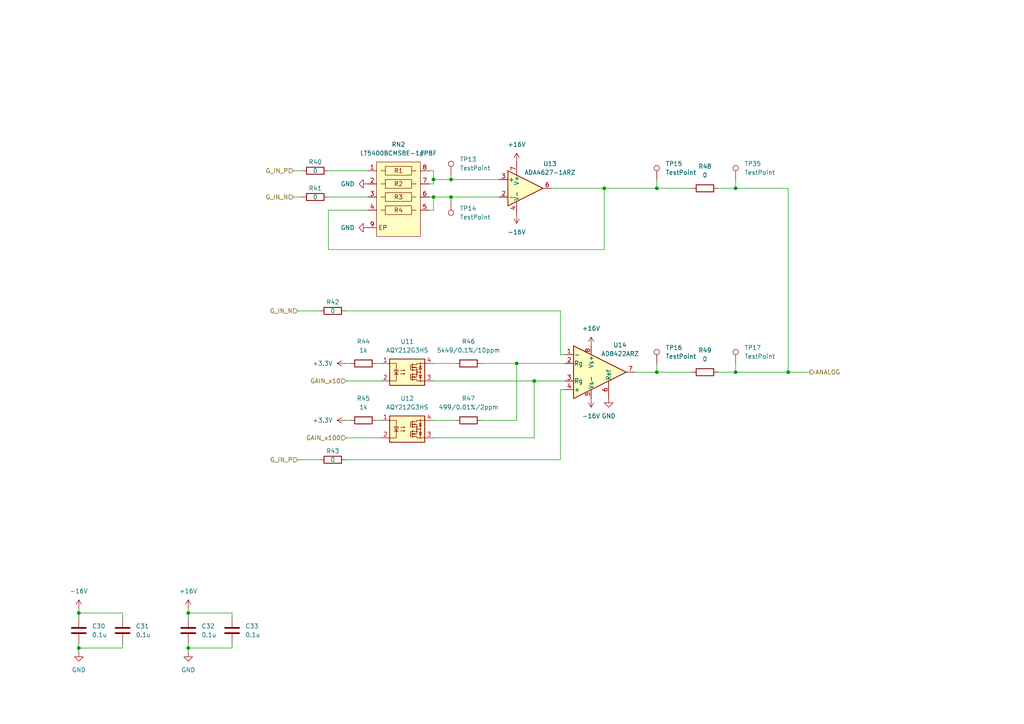
<source format=kicad_sch>
(kicad_sch (version 20250114) (generator "eeschema") (generator_version "9.0")
  (paper "A4")
  (lib_symbols
    (symbol "Amplifier_Instrumentation:AD8422" (pin_names (offset 0.127))
      (property "Reference" "U" (at 3.81 7.62 0))
      (property "Value" "AD8422" (at 3.81 5.08 0))
      (symbol "AD8422_0_1"
        (polyline (pts (xy -7.62 7.62) (xy -7.62 -7.62) (xy 7.62 0) (xy -7.62 7.62)) (stroke (width 0.254)) (fill (type background)))
      )
      (symbol "AD8422_1_1"
        (pin input line (at -10.16 5.08 0) (length 2.54) (name "-") (number "1"))
        (pin passive line (at -10.16 2.54 0) (length 2.54) (name "Rg") (number "2"))
        (pin passive line (at -10.16 -2.54 0) (length 2.54) (name "Rg") (number "3"))
        (pin input line (at -10.16 -5.08 0) (length 2.54) (name "+") (number "4"))
        (pin power_in line (at -2.54 7.62 270) (length 2.54) (name "Vs+") (number "8"))
        (pin power_in line (at -2.54 -7.62 90) (length 2.54) (name "Vs-") (number "5"))
        (pin passive line (at 2.54 -7.62 90) (length 5.08) (name "Ref") (number "6"))
        (pin output line (at 10.16 0 180) (length 2.54) (name "~") (number "7"))
      )
    )
    (symbol "Amplifier_Operational:ADA4522-1" (pin_names (offset 0.127))
      (property "Reference" "U" (at 0 6.35 0))
      (property "Value" "ADA4522-1" (at 0 3.81 0))
      (symbol "ADA4522-1_0_1"
        (polyline (pts (xy -5.08 5.08) (xy 5.08 0) (xy -5.08 -5.08) (xy -5.08 5.08)) (stroke (width 0.254)) (fill (type background)))
      )
      (symbol "ADA4522-1_1_1"
        (pin input line (at -7.62 2.54 0) (length 2.54) (name "+") (number "3"))
        (pin input line (at -7.62 -2.54 0) (length 2.54) (name "-") (number "2"))
        (pin power_in line (at -2.54 7.62 270) (length 3.81) (name "V+") (number "7"))
        (pin no_connect line (at -2.54 2.54 270) (length 2.54) (hide yes) (name "NC") (number "1"))
        (pin power_in line (at -2.54 -7.62 90) (length 3.81) (name "V-") (number "4"))
        (pin no_connect line (at 0 2.54 270) (length 2.54) (hide yes) (name "NC") (number "5"))
        (pin no_connect line (at 0 -2.54 90) (length 2.54) (hide yes) (name "NC") (number "8"))
        (pin output line (at 7.62 0 180) (length 2.54) (name "~") (number "6"))
      )
    )
    (symbol "Connector:TestPoint" (pin_numbers (hide yes)) (pin_names (offset 0.762) (hide yes))
      (property "Reference" "TP" (at 0 6.858 0))
      (property "Value" "TestPoint" (at 0 5.08 0))
      (symbol "TestPoint_0_1"
        (circle (center 0 3.302) (radius 0.762))
      )
      (symbol "TestPoint_1_1"
        (pin passive line (at 0 0 90) (length 2.54) (name "1") (number "1"))
      )
    )
    (symbol "Device:C" (pin_numbers (hide yes)) (pin_names (offset 0.254))
      (property "Reference" "C" (at 0.635 2.54 0))
      (property "Value" "C" (at 0.635 -2.54 0))
      (symbol "C_0_1"
        (polyline (pts (xy -2.032 0.762) (xy 2.032 0.762)) (stroke (width 0.508)))
        (polyline (pts (xy -2.032 -0.762) (xy 2.032 -0.762)) (stroke (width 0.508)))
      )
      (symbol "C_1_1"
        (pin passive line (at 0 3.81 270) (length 2.794) (name "~") (number "1"))
        (pin passive line (at 0 -3.81 90) (length 2.794) (name "~") (number "2"))
      )
    )
    (symbol "Device:R" (pin_numbers (hide yes)) (pin_names (offset 0))
      (property "Reference" "R" (at 2.032 0 90))
      (property "Value" "R" (at 0 0 90))
      (symbol "R_0_1"
        (rectangle (start -1.016 -2.54) (end 1.016 2.54) (stroke (width 0.254)))
      )
      (symbol "R_1_1"
        (pin passive line (at 0 3.81 270) (length 1.27) (name "~") (number "1"))
        (pin passive line (at 0 -3.81 90) (length 1.27) (name "~") (number "2"))
      )
    )
    (symbol "MADC:LT5400"
      (property "Reference" "RN" (at 0 11.176 0))
      (property "Value" "LT5400" (at 0 -12.7 0))
      (symbol "LT5400_0_0"
        (polyline (pts (xy -3.81 7.62) (xy -5.08 7.62)))
        (polyline (pts (xy -3.81 3.81) (xy -5.08 3.81)))
        (polyline (pts (xy -3.81 0) (xy -5.08 0)))
        (polyline (pts (xy -3.81 -3.81) (xy -5.08 -3.81)))
        (polyline (pts (xy 3.81 7.62) (xy 5.08 7.62)))
        (polyline (pts (xy 3.81 3.81) (xy 5.08 3.81)))
        (polyline (pts (xy 3.81 0) (xy 5.08 0)))
        (polyline (pts (xy 3.81 -3.81) (xy 5.08 -3.81)))
        (text "R4" (at 0 -3.81 0) (effects (font (size 1.27 1.27))))
      )
      (symbol "LT5400_0_1"
        (rectangle (start -6.35 10.16) (end 6.35 -11.43) (fill (type background)))
        (rectangle (start -3.81 -2.54) (end 3.81 -5.08))
      )
      (symbol "LT5400_1_1"
        (rectangle (start -3.81 8.89) (end 3.81 6.35))
        (rectangle (start -3.81 5.08) (end 3.81 2.54))
        (rectangle (start -3.81 1.27) (end 3.81 -1.27))
        (text "R1" (at 0 7.62 0) (effects (font (size 1.27 1.27))))
        (text "R2" (at 0 3.81 0) (effects (font (size 1.27 1.27))))
        (text "R3" (at 0 0 0) (effects (font (size 1.27 1.27))))
        (pin passive line (at -8.89 7.62 0) (length 2.54) (name "~") (number "1"))
        (pin passive line (at -8.89 3.81 0) (length 2.54) (name "~") (number "2"))
        (pin passive line (at -8.89 0 0) (length 2.54) (name "~") (number "3"))
        (pin passive line (at -8.89 -3.81 0) (length 2.54) (name "~") (number "4"))
        (pin passive line (at -8.89 -8.89 0) (length 2.54) (name "EP") (number "9"))
        (pin passive line (at 8.89 7.62 180) (length 2.54) (name "~") (number "8"))
        (pin passive line (at 8.89 3.81 180) (length 2.54) (name "~") (number "7"))
        (pin passive line (at 8.89 0 180) (length 2.54) (name "~") (number "6"))
        (pin passive line (at 8.89 -3.81 180) (length 2.54) (name "~") (number "5"))
      )
    )
    (symbol "MADC_ARTY:+16V" (power) (pin_numbers (hide yes)) (pin_names (offset 0) (hide yes))
      (property "Value" "+16V" (at 0 3.556 0))
      (symbol "+16V_0_1"
        (polyline (pts (xy -0.762 1.27) (xy 0 2.54)))
        (polyline (pts (xy 0 2.54) (xy 0.762 1.27)))
        (polyline (pts (xy 0 0) (xy 0 2.54)))
      )
      (symbol "+16V_1_1"
        (pin power_in line (at 0 0 90) (length 0) (name "~") (number "1"))
      )
    )
    (symbol "MADC_ARTY:-16V" (power) (pin_numbers (hide yes)) (pin_names (offset 0) (hide yes))
      (property "Value" "-16V" (at 0 3.556 0))
      (symbol "-16V_0_1"
        (polyline (pts (xy -0.762 1.27) (xy 0 2.54)))
        (polyline (pts (xy 0 2.54) (xy 0.762 1.27)))
        (polyline (pts (xy 0 0) (xy 0 2.54)))
      )
      (symbol "-16V_1_1"
        (pin power_in line (at 0 0 90) (length 0) (name "~") (number "1"))
      )
    )
    (symbol "MADC_ARTY:AQY212G3HS"
      (property "Reference" "U" (at -5.08 5.08 0))
      (property "Value" "AQY212G3HS" (at 0 5.08 0))
      (symbol "AQY212G3HS_0_1"
        (rectangle (start -5.08 3.81) (end 5.08 -3.81) (stroke (width 0.254)) (fill (type background)))
        (polyline (pts (xy -5.08 2.54) (xy -3.175 2.54) (xy -3.175 -2.54) (xy -5.08 -2.54)))
        (polyline (pts (xy -3.81 -0.635) (xy -2.54 -0.635)))
        (polyline (pts (xy -3.175 -0.635) (xy -3.81 0.635) (xy -2.54 0.635) (xy -3.175 -0.635)))
        (polyline (pts (xy -1.905 0.508) (xy -0.635 0.508) (xy -1.016 0.381) (xy -1.016 0.635) (xy -0.635 0.508)))
        (polyline (pts (xy -1.905 -0.508) (xy -0.635 -0.508) (xy -1.016 -0.635) (xy -1.016 -0.381) (xy -0.635 -0.508)))
        (polyline (pts (xy 1.016 2.159) (xy 1.016 0.635)) (stroke (width 0.2032)))
        (polyline (pts (xy 1.016 -0.635) (xy 1.016 -2.159)) (stroke (width 0.2032)))
        (polyline (pts (xy 1.524 2.286) (xy 1.524 2.032) (xy 1.524 2.032)) (stroke (width 0.3556)))
        (polyline (pts (xy 1.524 1.524) (xy 1.524 1.27) (xy 1.524 1.27)) (stroke (width 0.3556)))
        (polyline (pts (xy 1.524 0.762) (xy 1.524 0.508) (xy 1.524 0.508)) (stroke (width 0.3556)))
        (polyline (pts (xy 1.524 -0.508) (xy 1.524 -0.762)) (stroke (width 0.3556)))
        (polyline (pts (xy 1.524 -1.27) (xy 1.524 -1.524) (xy 1.524 -1.524)) (stroke (width 0.3556)))
        (polyline (pts (xy 1.524 -2.032) (xy 1.524 -2.286) (xy 1.524 -2.286)) (stroke (width 0.3556)))
        (polyline (pts (xy 1.651 2.159) (xy 2.794 2.159) (xy 2.794 2.54) (xy 5.08 2.54)))
        (polyline (pts (xy 1.651 1.397) (xy 2.794 1.397) (xy 2.794 0.635)))
        (polyline (pts (xy 1.651 -0.635) (xy 2.794 -0.635) (xy 2.794 0.635) (xy 1.651 0.635)))
        (polyline (pts (xy 1.651 -1.397) (xy 2.794 -1.397) (xy 2.794 -0.635)))
        (polyline (pts (xy 1.651 -2.159) (xy 2.794 -2.159) (xy 2.794 -2.54) (xy 5.08 -2.54)))
        (polyline (pts (xy 1.778 1.397) (xy 2.286 1.524) (xy 2.286 1.27) (xy 1.778 1.397)))
        (polyline (pts (xy 1.778 -1.397) (xy 2.286 -1.27) (xy 2.286 -1.524) (xy 1.778 -1.397)))
        (circle (center 2.794 0.635) (radius 0.127))
        (polyline (pts (xy 2.794 0) (xy 3.81 0)))
        (circle (center 2.794 0) (radius 0.127))
        (circle (center 2.794 -0.635) (radius 0.127))
        (polyline (pts (xy 3.429 1.651) (xy 4.191 1.651)))
        (polyline (pts (xy 3.429 -1.651) (xy 4.191 -1.651)))
        (circle (center 3.81 2.54) (radius 0.127))
        (polyline (pts (xy 3.81 1.651) (xy 3.429 0.889) (xy 4.191 0.889) (xy 3.81 1.651)))
        (circle (center 3.81 0) (radius 0.127))
        (polyline (pts (xy 3.81 -1.651) (xy 3.429 -0.889) (xy 4.191 -0.889) (xy 3.81 -1.651)))
        (polyline (pts (xy 3.81 -2.54) (xy 3.81 2.54)))
        (circle (center 3.81 -2.54) (radius 0.127))
      )
      (symbol "AQY212G3HS_1_1"
        (pin passive line (at -7.62 2.54 0) (length 2.54) (name "~") (number "1"))
        (pin passive line (at -7.62 -2.54 0) (length 2.54) (name "~") (number "2"))
        (pin passive line (at 7.62 2.54 180) (length 2.54) (name "~") (number "4"))
        (pin passive line (at 7.62 -2.54 180) (length 2.54) (name "~") (number "3"))
      )
    )
    (symbol "power:+3.3V" (power) (pin_numbers (hide yes)) (pin_names (offset 0) (hide yes))
      (property "Value" "+3.3V" (at 0 3.556 0))
      (symbol "+3.3V_0_1"
        (polyline (pts (xy -0.762 1.27) (xy 0 2.54)))
        (polyline (pts (xy 0 2.54) (xy 0.762 1.27)))
        (polyline (pts (xy 0 0) (xy 0 2.54)))
      )
      (symbol "+3.3V_1_1"
        (pin power_in line (at 0 0 90) (length 0) (name "~") (number "1"))
      )
    )
    (symbol "power:GND" (power) (pin_numbers (hide yes)) (pin_names (offset 0) (hide yes))
      (property "Value" "GND" (at 0 -3.81 0))
      (symbol "GND_0_1"
        (polyline (pts (xy 0 0) (xy 0 -1.27) (xy 1.27 -1.27) (xy 0 -2.54) (xy -1.27 -1.27) (xy 0 -1.27)))
      )
      (symbol "GND_1_1"
        (pin power_in line (at 0 0 270) (length 0) (name "~") (number "1"))
      )
    )
  )
  (junction (at 130.81 52.07))
  (junction (at 154.94 110.49))
  (junction (at 22.86 177.8))
  (junction (at 213.36 54.61))
  (junction (at 190.5 54.61))
  (junction (at 54.61 177.8))
  (junction (at 190.5 107.95))
  (junction (at 149.86 105.41))
  (junction (at 125.73 52.07))
  (junction (at 22.86 187.96))
  (junction (at 54.61 187.96))
  (junction (at 175.26 54.61))
  (junction (at 213.36 107.95))
  (junction (at 125.73 57.15))
  (junction (at 130.81 57.15))
  (junction (at 228.6 107.95))
  (wire (pts (xy 190.5 54.61) (xy 200.66 54.61)))
  (wire (pts (xy 213.36 54.61) (xy 228.6 54.61)))
  (wire (pts (xy 125.73 127) (xy 154.94 127)))
  (wire (pts (xy 163.83 113.03) (xy 162.56 113.03)))
  (wire (pts (xy 125.73 110.49) (xy 154.94 110.49)))
  (wire (pts (xy 139.7 105.41) (xy 149.86 105.41)))
  (wire (pts (xy 54.61 187.96) (xy 67.31 187.96)))
  (wire (pts (xy 130.81 57.15) (xy 130.81 58.42)))
  (wire (pts (xy 109.22 105.41) (xy 110.49 105.41)))
  (wire (pts (xy 86.36 90.17) (xy 92.71 90.17)))
  (wire (pts (xy 149.86 121.92) (xy 149.86 105.41)))
  (wire (pts (xy 22.86 187.96) (xy 22.86 186.69)))
  (wire (pts (xy 95.25 72.39) (xy 175.26 72.39)))
  (wire (pts (xy 35.56 186.69) (xy 35.56 187.96)))
  (wire (pts (xy 22.86 189.23) (xy 22.86 187.96)))
  (wire (pts (xy 190.5 105.41) (xy 190.5 107.95)))
  (wire (pts (xy 109.22 121.92) (xy 110.49 121.92)))
  (wire (pts (xy 85.09 57.15) (xy 87.63 57.15)))
  (wire (pts (xy 213.36 107.95) (xy 228.6 107.95)))
  (wire (pts (xy 213.36 52.07) (xy 213.36 54.61)))
  (wire (pts (xy 149.86 105.41) (xy 163.83 105.41)))
  (wire (pts (xy 184.15 107.95) (xy 190.5 107.95)))
  (wire (pts (xy 125.73 121.92) (xy 132.08 121.92)))
  (wire (pts (xy 100.33 121.92) (xy 101.6 121.92)))
  (wire (pts (xy 100.33 127) (xy 110.49 127)))
  (wire (pts (xy 228.6 54.61) (xy 228.6 107.95)))
  (wire (pts (xy 124.46 57.15) (xy 125.73 57.15)))
  (wire (pts (xy 163.83 102.87) (xy 162.56 102.87)))
  (wire (pts (xy 54.61 177.8) (xy 67.31 177.8)))
  (wire (pts (xy 125.73 57.15) (xy 125.73 60.96)))
  (wire (pts (xy 100.33 110.49) (xy 110.49 110.49)))
  (wire (pts (xy 175.26 72.39) (xy 175.26 54.61)))
  (wire (pts (xy 100.33 90.17) (xy 162.56 90.17)))
  (wire (pts (xy 95.25 60.96) (xy 95.25 72.39)))
  (wire (pts (xy 124.46 53.34) (xy 125.73 53.34)))
  (wire (pts (xy 54.61 187.96) (xy 54.61 186.69)))
  (wire (pts (xy 208.28 107.95) (xy 213.36 107.95)))
  (wire (pts (xy 106.68 60.96) (xy 95.25 60.96)))
  (wire (pts (xy 54.61 189.23) (xy 54.61 187.96)))
  (wire (pts (xy 190.5 107.95) (xy 200.66 107.95)))
  (wire (pts (xy 124.46 49.53) (xy 125.73 49.53)))
  (wire (pts (xy 22.86 177.8) (xy 22.86 179.07)))
  (wire (pts (xy 67.31 177.8) (xy 67.31 179.07)))
  (wire (pts (xy 100.33 133.35) (xy 162.56 133.35)))
  (wire (pts (xy 95.25 49.53) (xy 106.68 49.53)))
  (wire (pts (xy 85.09 49.53) (xy 87.63 49.53)))
  (wire (pts (xy 125.73 105.41) (xy 132.08 105.41)))
  (wire (pts (xy 162.56 113.03) (xy 162.56 133.35)))
  (wire (pts (xy 124.46 60.96) (xy 125.73 60.96)))
  (wire (pts (xy 125.73 57.15) (xy 130.81 57.15)))
  (wire (pts (xy 95.25 57.15) (xy 106.68 57.15)))
  (wire (pts (xy 154.94 127) (xy 154.94 110.49)))
  (wire (pts (xy 35.56 177.8) (xy 35.56 179.07)))
  (wire (pts (xy 213.36 105.41) (xy 213.36 107.95)))
  (wire (pts (xy 130.81 52.07) (xy 144.78 52.07)))
  (wire (pts (xy 208.28 54.61) (xy 213.36 54.61)))
  (wire (pts (xy 22.86 187.96) (xy 35.56 187.96)))
  (wire (pts (xy 160.02 54.61) (xy 175.26 54.61)))
  (wire (pts (xy 22.86 176.53) (xy 22.86 177.8)))
  (wire (pts (xy 228.6 107.95) (xy 234.95 107.95)))
  (wire (pts (xy 100.33 105.41) (xy 101.6 105.41)))
  (wire (pts (xy 125.73 52.07) (xy 125.73 49.53)))
  (wire (pts (xy 190.5 52.07) (xy 190.5 54.61)))
  (wire (pts (xy 154.94 110.49) (xy 163.83 110.49)))
  (wire (pts (xy 125.73 53.34) (xy 125.73 52.07)))
  (wire (pts (xy 162.56 102.87) (xy 162.56 90.17)))
  (wire (pts (xy 125.73 52.07) (xy 130.81 52.07)))
  (wire (pts (xy 54.61 177.8) (xy 54.61 179.07)))
  (wire (pts (xy 139.7 121.92) (xy 149.86 121.92)))
  (wire (pts (xy 86.36 133.35) (xy 92.71 133.35)))
  (wire (pts (xy 130.81 50.8) (xy 130.81 52.07)))
  (wire (pts (xy 130.81 57.15) (xy 144.78 57.15)))
  (wire (pts (xy 190.5 54.61) (xy 175.26 54.61)))
  (wire (pts (xy 67.31 186.69) (xy 67.31 187.96)))
  (wire (pts (xy 22.86 177.8) (xy 35.56 177.8)))
  (wire (pts (xy 54.61 176.53) (xy 54.61 177.8)))
  (hierarchical_label "G_IN_N" (shape input) (at 86.36 90.17 180))
  (hierarchical_label "G_IN_N" (shape input) (at 85.09 57.15 180))
  (hierarchical_label "G_IN_P" (shape input) (at 85.09 49.53 180))
  (hierarchical_label "GAIN_x10" (shape input) (at 100.33 110.49 180))
  (hierarchical_label "G_IN_P" (shape input) (at 86.36 133.35 180))
  (hierarchical_label "ANALOG" (shape output) (at 234.95 107.95 0))
  (hierarchical_label "GAIN_x100" (shape input) (at 100.33 127 180))
  (symbol (lib_id "MADC_ARTY:+16V") (at 171.45 100.33 0) (unit 1)
    (property "Reference" "#PWR076" (effects (hide yes)))
    (property "Value" "+16V" (at 171.45 95.25 0))
    (property "Description" "Power symbol creates a global label" (effects (hide yes)))
  )
  (symbol (lib_id "Device:R") (at 105.41 121.92 90) (unit 1)
    (property "Reference" "R45" (at 105.41 115.57 90))
    (property "Value" "1k" (at 105.41 118.11 90))
    (property "Footprint" "Resistor_SMD:R_0603_1608Metric" (effects (hide yes)))
    (property "Description" "Resistor" (effects (hide yes)))
  )
  (symbol (lib_id "Amplifier_Instrumentation:AD8422") (at 173.99 107.95 0) (unit 1)
    (property "Reference" "U14" (at 179.832 100.076 0))
    (property "Value" "AD8422ARZ" (at 179.832 102.616 0))
    (property "Footprint" "Package_SO:SOIC-8_3.9x4.9mm_P1.27mm" (effects (hide yes)))
    (property "Datasheet" "https://www.analog.com/media/en/technical-documentation/data-sheets/AD8422.pdf" (effects (hide yes)))
    (property "Description" "Single High Performance, Low Power, Rail-to-Rail Precision Instrumentation Amplifier, SOIC-8/MSOP-8" (effects (hide yes)))
  )
  (symbol (lib_id "MADC:LT5400") (at 115.57 57.15 0) (unit 1)
    (property "Reference" "RN2" (at 115.57 41.91 0))
    (property "Value" "LT5400BCMS8E-1#PBF" (at 115.57 44.45 0))
    (property "Footprint" "Package_SO:MSOP-8-1EP_3x3mm_P0.65mm_EP1.73x1.85mm" (effects (hide yes)))
    (property "Datasheet" "https://www.analog.com/media/en/technical-documentation/data-sheets/5400fc.pdf" (effects (hide yes)))
    (property "Description" "Quad Matched Resistor Network" (effects (hide yes)))
  )
  (symbol (lib_id "Device:C") (at 35.56 182.88 0) (unit 1)
    (property "Reference" "C31" (at 39.37 181.6099 0) (effects (justify left)))
    (property "Value" "0.1u" (at 39.37 184.1499 0) (effects (justify left)))
    (property "Footprint" "Capacitor_SMD:C_0603_1608Metric" (effects (hide yes)))
    (property "Description" "Unpolarized capacitor" (effects (hide yes)))
  )
  (symbol (lib_id "power:GND") (at 176.53 115.57 0) (unit 1)
    (property "Reference" "#PWR078" (effects (hide yes)))
    (property "Value" "GND" (at 176.53 120.65 0))
    (property "Description" "Power symbol creates a global label with name \"GND\" , ground" (effects (hide yes)))
  )
  (symbol (lib_id "power:GND") (at 106.68 53.34 270) (unit 1)
    (property "Reference" "#PWR072" (effects (hide yes)))
    (property "Value" "GND" (at 102.87 53.3399 90) (effects (justify right)))
    (property "Description" "Power symbol creates a global label with name \"GND\" , ground" (effects (hide yes)))
  )
  (symbol (lib_id "MADC_ARTY:+16V") (at 149.86 46.99 0) (unit 1)
    (property "Reference" "#PWR074" (effects (hide yes)))
    (property "Value" "+16V" (at 149.86 41.91 0))
    (property "Description" "Power symbol creates a global label" (effects (hide yes)))
  )
  (symbol (lib_id "Device:R") (at 91.44 57.15 90) (unit 1)
    (property "Reference" "R41" (at 91.44 54.61 90))
    (property "Value" "0" (at 91.44 57.15 90))
    (property "Footprint" "Resistor_SMD:R_0603_1608Metric" (effects (hide yes)))
    (property "Description" "Resistor" (effects (hide yes)))
  )
  (symbol (lib_id "power:GND") (at 106.68 66.04 270) (unit 1)
    (property "Reference" "#PWR073" (effects (hide yes)))
    (property "Value" "GND" (at 102.87 66.0399 90) (effects (justify right)))
    (property "Description" "Power symbol creates a global label with name \"GND\" , ground" (effects (hide yes)))
  )
  (symbol (lib_id "power:GND") (at 54.61 189.23 0) (unit 1)
    (property "Reference" "#PWR069" (effects (hide yes)))
    (property "Value" "GND" (at 54.61 194.31 0))
    (property "Description" "Power symbol creates a global label with name \"GND\" , ground" (effects (hide yes)))
  )
  (symbol (lib_id "Device:R") (at 96.52 90.17 90) (unit 1)
    (property "Reference" "R42" (at 96.52 87.63 90))
    (property "Value" "0" (at 96.52 90.17 90))
    (property "Footprint" "Resistor_SMD:R_0603_1608Metric" (effects (hide yes)))
    (property "Description" "Resistor" (effects (hide yes)))
  )
  (symbol (lib_id "power:+3.3V") (at 100.33 105.41 90) (unit 1)
    (property "Reference" "#PWR070" (effects (hide yes)))
    (property "Value" "+3.3V" (at 96.52 105.4099 90) (effects (justify left)))
    (property "Description" "Power symbol creates a global label with name \"+3.3V\"" (effects (hide yes)))
  )
  (symbol (lib_id "MADC_ARTY:-16V") (at 149.86 62.23 180) (unit 1)
    (property "Reference" "#PWR075" (effects (hide yes)))
    (property "Value" "-16V" (at 149.86 67.31 0))
    (property "Description" "Power symbol creates a global label" (effects (hide yes)))
  )
  (symbol (lib_id "MADC_ARTY:AQY212G3HS") (at 118.11 124.46 0) (unit 1)
    (property "Reference" "U12" (at 118.11 115.57 0))
    (property "Value" "AQY212G3HS" (at 118.11 118.11 0))
    (property "Footprint" "Package_SO:SO-4_4.4x4.3mm_P2.54mm" (effects (hide yes)))
    (property "Datasheet" "https://www.mouser.com/catalog/specsheets/Panasonic_8-10-2023_Relay%20PhotoMOS%20(AQY21%20Series)%20060123.pdf" (effects (hide yes)))
    (property "Description" "Miniature SOP4-pin type with high capacity up to Max. 1.8A in the series" (effects (hide yes)))
  )
  (symbol (lib_id "Connector:TestPoint") (at 213.36 52.07 0) (unit 1) (in_bom no)
    (property "Reference" "TP35" (at 215.9 47.4979 0) (effects (justify left)))
    (property "Value" "TestPoint" (at 215.9 50.0379 0) (effects (justify left)))
    (property "Footprint" "TestPoint:TestPoint_Pad_D2.0mm" (effects (hide yes)))
    (property "Description" "test point" (effects (hide yes)))
  )
  (symbol (lib_id "power:GND") (at 22.86 189.23 0) (unit 1)
    (property "Reference" "#PWR067" (effects (hide yes)))
    (property "Value" "GND" (at 22.86 194.31 0))
    (property "Description" "Power symbol creates a global label with name \"GND\" , ground" (effects (hide yes)))
  )
  (symbol (lib_id "Connector:TestPoint") (at 130.81 58.42 180) (unit 1) (in_bom no)
    (property "Reference" "TP14" (at 133.35 60.4519 0) (effects (justify right)))
    (property "Value" "TestPoint" (at 133.35 62.9919 0) (effects (justify right)))
    (property "Footprint" "TestPoint:TestPoint_Pad_D2.0mm" (effects (hide yes)))
    (property "Description" "test point" (effects (hide yes)))
  )
  (symbol (lib_id "MADC_ARTY:-16V") (at 22.86 176.53 0) (unit 1)
    (property "Reference" "#PWR066" (effects (hide yes)))
    (property "Value" "-16V" (at 22.86 171.45 0))
    (property "Description" "Power symbol creates a global label" (effects (hide yes)))
  )
  (symbol (lib_id "Device:C") (at 22.86 182.88 0) (unit 1)
    (property "Reference" "C30" (at 26.67 181.6099 0) (effects (justify left)))
    (property "Value" "0.1u" (at 26.67 184.1499 0) (effects (justify left)))
    (property "Footprint" "Capacitor_SMD:C_0603_1608Metric" (effects (hide yes)))
    (property "Description" "Unpolarized capacitor" (effects (hide yes)))
  )
  (symbol (lib_id "Connector:TestPoint") (at 130.81 50.8 0) (unit 1) (in_bom no)
    (property "Reference" "TP13" (at 133.35 46.2279 0) (effects (justify left)))
    (property "Value" "TestPoint" (at 133.35 48.7679 0) (effects (justify left)))
    (property "Footprint" "TestPoint:TestPoint_Pad_D2.0mm" (effects (hide yes)))
    (property "Description" "test point" (effects (hide yes)))
  )
  (symbol (lib_id "Connector:TestPoint") (at 213.36 105.41 0) (unit 1) (in_bom no)
    (property "Reference" "TP17" (at 215.9 100.8379 0) (effects (justify left)))
    (property "Value" "TestPoint" (at 215.9 103.3779 0) (effects (justify left)))
    (property "Footprint" "TestPoint:TestPoint_Pad_D2.0mm" (effects (hide yes)))
    (property "Description" "test point" (effects (hide yes)))
  )
  (symbol (lib_id "MADC_ARTY:-16V") (at 171.45 115.57 180) (unit 1)
    (property "Reference" "#PWR077" (effects (hide yes)))
    (property "Value" "-16V" (at 171.45 120.65 0))
    (property "Description" "Power symbol creates a global label" (effects (hide yes)))
  )
  (symbol (lib_id "Device:R") (at 96.52 133.35 90) (unit 1)
    (property "Reference" "R43" (at 96.52 130.81 90))
    (property "Value" "0" (at 96.52 133.35 90))
    (property "Footprint" "Resistor_SMD:R_0603_1608Metric" (effects (hide yes)))
    (property "Description" "Resistor" (effects (hide yes)))
  )
  (symbol (lib_id "Device:R") (at 204.47 107.95 90) (unit 1)
    (property "Reference" "R49" (at 204.47 101.6 90))
    (property "Value" "0" (at 204.47 104.14 90))
    (property "Footprint" "Resistor_SMD:R_0603_1608Metric" (effects (hide yes)))
    (property "Description" "Resistor" (effects (hide yes)))
  )
  (symbol (lib_id "Device:R") (at 91.44 49.53 90) (unit 1)
    (property "Reference" "R40" (at 91.44 46.99 90))
    (property "Value" "0" (at 91.44 49.53 90))
    (property "Footprint" "Resistor_SMD:R_0603_1608Metric" (effects (hide yes)))
    (property "Description" "Resistor" (effects (hide yes)))
  )
  (symbol (lib_id "MADC_ARTY:AQY212G3HS") (at 118.11 107.95 0) (unit 1)
    (property "Reference" "U11" (at 118.11 99.06 0))
    (property "Value" "AQY212G3HS" (at 118.11 101.6 0))
    (property "Footprint" "Package_SO:SO-4_4.4x4.3mm_P2.54mm" (effects (hide yes)))
    (property "Datasheet" "https://www.mouser.com/catalog/specsheets/Panasonic_8-10-2023_Relay%20PhotoMOS%20(AQY21%20Series)%20060123.pdf" (effects (hide yes)))
    (property "Description" "Miniature SOP4-pin type with high capacity up to Max. 1.8A in the series" (effects (hide yes)))
  )
  (symbol (lib_id "Amplifier_Operational:ADA4522-1") (at 152.4 54.61 0) (unit 1)
    (property "Reference" "U13" (at 159.512 47.498 0))
    (property "Value" "ADA4627-1ARZ" (at 159.512 50.038 0))
    (property "Footprint" "Package_SO:SOIC-8_3.9x4.9mm_P1.27mm" (effects (hide yes)))
    (property "Datasheet" "https://www.analog.com/media/en/technical-documentation/data-sheets/ada4627-1_4637-1.pdf" (effects (hide yes)))
    (property "Description" "30 V, High Speed, Low Noise, Low Bias Current, JFET Operational Amplifier" (effects (hide yes)))
  )
  (symbol (lib_id "Device:C") (at 54.61 182.88 0) (unit 1)
    (property "Reference" "C32" (at 58.42 181.6099 0) (effects (justify left)))
    (property "Value" "0.1u" (at 58.42 184.1499 0) (effects (justify left)))
    (property "Footprint" "Capacitor_SMD:C_0603_1608Metric" (effects (hide yes)))
    (property "Description" "Unpolarized capacitor" (effects (hide yes)))
  )
  (symbol (lib_id "power:+3.3V") (at 100.33 121.92 90) (unit 1)
    (property "Reference" "#PWR071" (effects (hide yes)))
    (property "Value" "+3.3V" (at 96.52 121.9199 90) (effects (justify left)))
    (property "Description" "Power symbol creates a global label with name \"+3.3V\"" (effects (hide yes)))
  )
  (symbol (lib_id "Device:R") (at 135.89 121.92 90) (unit 1)
    (property "Reference" "R47" (at 135.89 115.57 90))
    (property "Value" "499/0.01%/2ppm" (at 135.89 118.11 90))
    (property "Footprint" "Resistor_SMD:R_0603_1608Metric" (effects (hide yes)))
    (property "Description" "Resistor" (effects (hide yes)))
  )
  (symbol (lib_id "Device:R") (at 135.89 105.41 90) (unit 1)
    (property "Reference" "R46" (at 135.89 99.06 90))
    (property "Value" "5k49/0.1%/10ppm" (at 135.89 101.6 90))
    (property "Footprint" "Resistor_SMD:R_0603_1608Metric" (effects (hide yes)))
    (property "Description" "Resistor" (effects (hide yes)))
  )
  (symbol (lib_id "Device:C") (at 67.31 182.88 0) (unit 1)
    (property "Reference" "C33" (at 71.12 181.6099 0) (effects (justify left)))
    (property "Value" "0.1u" (at 71.12 184.1499 0) (effects (justify left)))
    (property "Footprint" "Capacitor_SMD:C_0603_1608Metric" (effects (hide yes)))
    (property "Description" "Unpolarized capacitor" (effects (hide yes)))
  )
  (symbol (lib_id "Connector:TestPoint") (at 190.5 52.07 0) (unit 1) (in_bom no)
    (property "Reference" "TP15" (at 193.04 47.4979 0) (effects (justify left)))
    (property "Value" "TestPoint" (at 193.04 50.0379 0) (effects (justify left)))
    (property "Footprint" "TestPoint:TestPoint_Pad_D2.0mm" (effects (hide yes)))
    (property "Description" "test point" (effects (hide yes)))
  )
  (symbol (lib_id "Device:R") (at 105.41 105.41 90) (unit 1)
    (property "Reference" "R44" (at 105.41 99.06 90))
    (property "Value" "1k" (at 105.41 101.6 90))
    (property "Footprint" "Resistor_SMD:R_0603_1608Metric" (effects (hide yes)))
    (property "Description" "Resistor" (effects (hide yes)))
  )
  (symbol (lib_id "MADC_ARTY:+16V") (at 54.61 176.53 0) (unit 1)
    (property "Reference" "#PWR068" (effects (hide yes)))
    (property "Value" "+16V" (at 54.61 171.45 0))
    (property "Description" "Power symbol creates a global label" (effects (hide yes)))
  )
  (symbol (lib_id "Connector:TestPoint") (at 190.5 105.41 0) (unit 1) (in_bom no)
    (property "Reference" "TP16" (at 193.04 100.8379 0) (effects (justify left)))
    (property "Value" "TestPoint" (at 193.04 103.3779 0) (effects (justify left)))
    (property "Footprint" "TestPoint:TestPoint_Pad_D2.0mm" (effects (hide yes)))
    (property "Description" "test point" (effects (hide yes)))
  )
  (symbol (lib_id "Device:R") (at 204.47 54.61 90) (unit 1)
    (property "Reference" "R48" (at 204.47 48.26 90))
    (property "Value" "0" (at 204.47 50.8 90))
    (property "Footprint" "Resistor_SMD:R_0603_1608Metric" (effects (hide yes)))
    (property "Description" "Resistor" (effects (hide yes)))
  )
)
</source>
